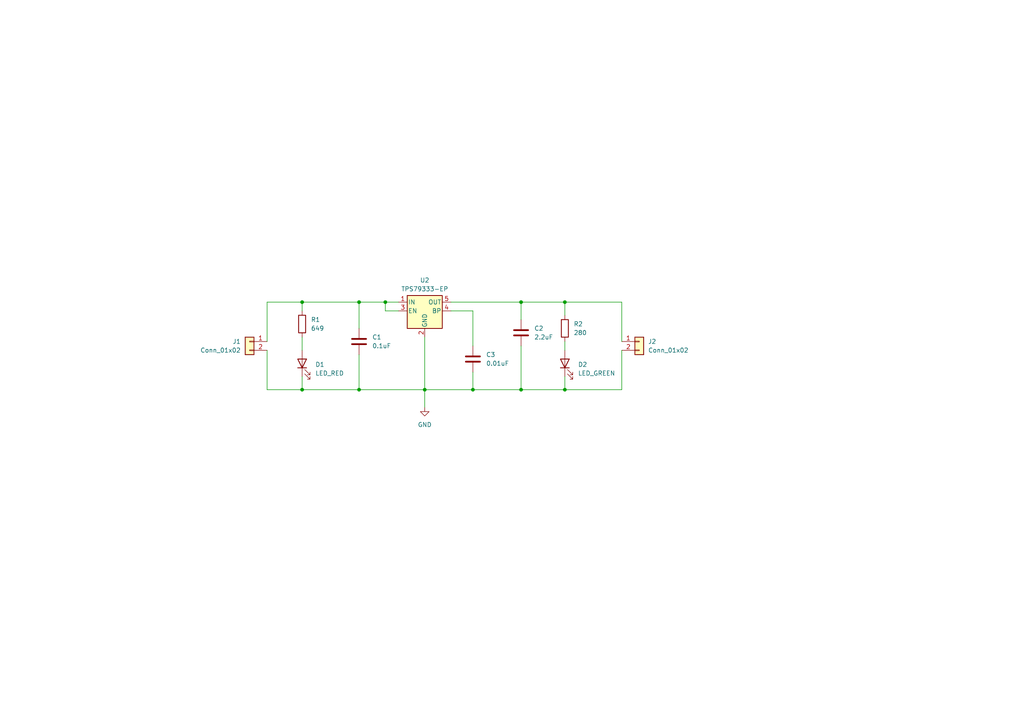
<source format=kicad_sch>
(kicad_sch (version 20231120) (generator "eeschema") (generator_version "8.0")
  (paper "A4")
  (lib_symbols
    (symbol "Connector_Generic:Conn_01x02" (pin_names (offset 1.016) hide)
      (property "Reference" "J" (at 0 2.54 0))
      (property "Value" "Conn_01x02" (at 0 -5.08 0))
      (symbol "Conn_01x02_1_1"
        (rectangle (start -1.27 -2.413) (end 0 -2.667) (stroke (width 0.1524)))
        (rectangle (start -1.27 0.127) (end 0 -0.127) (stroke (width 0.1524)))
        (rectangle (start -1.27 1.27) (end 1.27 -3.81) (stroke (width 0.254)) (fill (type background)))
        (pin passive line (at -5.08 0 0) (length 3.81) (name "Pin_1") (number "1"))
        (pin passive line (at -5.08 -2.54 0) (length 3.81) (name "Pin_2") (number "2"))
      )
    )
    (symbol "Device:C" (pin_numbers hide) (pin_names (offset 0.254))
      (property "Reference" "C" (at 0.635 2.54 0))
      (property "Value" "C" (at 0.635 -2.54 0))
      (symbol "C_0_1"
        (polyline (pts (xy -2.032 -0.762) (xy 2.032 -0.762)) (stroke (width 0.508)))
        (polyline (pts (xy -2.032 0.762) (xy 2.032 0.762)) (stroke (width 0.508)))
      )
      (symbol "C_1_1"
        (pin passive line (at 0 3.81 270) (length 2.794) (name "~") (number "1"))
        (pin passive line (at 0 -3.81 90) (length 2.794) (name "~") (number "2"))
      )
    )
    (symbol "Device:LED" (pin_numbers hide) (pin_names (offset 1.016) hide)
      (property "Reference" "D" (at 0 2.54 0))
      (property "Value" "LED" (at 0 -2.54 0))
      (symbol "LED_0_1"
        (polyline (pts (xy -1.27 -1.27) (xy -1.27 1.27)) (stroke (width 0.254)))
        (polyline (pts (xy -1.27 0) (xy 1.27 0)))
        (polyline (pts (xy 1.27 -1.27) (xy 1.27 1.27) (xy -1.27 0) (xy 1.27 -1.27)) (stroke (width 0.254)))
        (polyline (pts (xy -3.048 -0.762) (xy -4.572 -2.286) (xy -3.81 -2.286) (xy -4.572 -2.286) (xy -4.572 -1.524)))
        (polyline (pts (xy -1.778 -0.762) (xy -3.302 -2.286) (xy -2.54 -2.286) (xy -3.302 -2.286) (xy -3.302 -1.524)))
      )
      (symbol "LED_1_1"
        (pin passive line (at -3.81 0 0) (length 2.54) (name "K") (number "1"))
        (pin passive line (at 3.81 0 180) (length 2.54) (name "A") (number "2"))
      )
    )
    (symbol "Device:R" (pin_numbers hide) (pin_names (offset 0))
      (property "Reference" "R" (at 2.032 0 90))
      (property "Value" "R" (at 0 0 90))
      (symbol "R_0_1"
        (rectangle (start -1.016 -2.54) (end 1.016 2.54) (stroke (width 0.254)))
      )
      (symbol "R_1_1"
        (pin passive line (at 0 3.81 270) (length 1.27) (name "~") (number "1"))
        (pin passive line (at 0 -3.81 90) (length 1.27) (name "~") (number "2"))
      )
    )
    (symbol "Regulator_Linear:TPS79333-EP" (pin_names (offset 0.254))
      (property "Reference" "U" (at -3.81 5.715 0))
      (property "Value" "TPS79333-EP" (at 0 5.715 0))
      (symbol "TPS79333-EP_1_1"
        (rectangle (start 5.08 -5.08) (end -5.08 4.445) (stroke (width 0.254)) (fill (type background)))
        (pin power_in line (at -7.62 2.54 0) (length 2.54) (name "IN") (number "1"))
        (pin power_in line (at 0 -7.62 90) (length 2.54) (name "GND") (number "2"))
        (pin input line (at -7.62 0 0) (length 2.54) (name "EN") (number "3"))
        (pin bidirectional line (at 7.62 0 180) (length 2.54) (name "BP") (number "4"))
        (pin power_out line (at 7.62 2.54 180) (length 2.54) (name "OUT") (number "5"))
      )
    )
    (symbol "power:GND" (power) (pin_numbers hide) (pin_names (offset 0) hide)
      (property "Value" "GND" (at 0 -3.81 0))
      (symbol "GND_0_1"
        (polyline (pts (xy 0 0) (xy 0 -1.27) (xy 1.27 -1.27) (xy 0 -2.54) (xy -1.27 -1.27) (xy 0 -1.27)))
      )
      (symbol "GND_1_1"
        (pin power_in line (at 0 0 270) (length 0) (name "~") (number "1"))
      )
    )
  )
  (junction (at 111.76 87.63))
  (junction (at 163.83 87.63))
  (junction (at 104.14 87.63))
  (junction (at 151.13 113.03))
  (junction (at 163.83 113.03))
  (junction (at 104.14 113.03))
  (junction (at 87.63 87.63))
  (junction (at 87.63 113.03))
  (junction (at 137.16 113.03))
  (junction (at 151.13 87.63))
  (junction (at 123.19 113.03))
  (wire (pts (xy 77.47 87.63) (xy 87.63 87.63)))
  (wire (pts (xy 180.34 99.06) (xy 180.34 87.63)))
  (wire (pts (xy 163.83 99.06) (xy 163.83 101.6)))
  (wire (pts (xy 77.47 113.03) (xy 87.63 113.03)))
  (wire (pts (xy 77.47 99.06) (xy 77.47 87.63)))
  (wire (pts (xy 151.13 87.63) (xy 151.13 92.71)))
  (wire (pts (xy 111.76 87.63) (xy 115.57 87.63)))
  (wire (pts (xy 87.63 113.03) (xy 104.14 113.03)))
  (wire (pts (xy 104.14 102.87) (xy 104.14 113.03)))
  (wire (pts (xy 87.63 87.63) (xy 87.63 90.17)))
  (wire (pts (xy 87.63 97.79) (xy 87.63 101.6)))
  (wire (pts (xy 130.81 87.63) (xy 151.13 87.63)))
  (wire (pts (xy 104.14 95.25) (xy 104.14 87.63)))
  (wire (pts (xy 123.19 97.79) (xy 123.19 113.03)))
  (wire (pts (xy 123.19 113.03) (xy 123.19 118.11)))
  (wire (pts (xy 163.83 91.44) (xy 163.83 87.63)))
  (wire (pts (xy 151.13 87.63) (xy 163.83 87.63)))
  (wire (pts (xy 77.47 101.6) (xy 77.47 113.03)))
  (wire (pts (xy 123.19 113.03) (xy 137.16 113.03)))
  (wire (pts (xy 180.34 113.03) (xy 163.83 113.03)))
  (wire (pts (xy 151.13 100.33) (xy 151.13 113.03)))
  (wire (pts (xy 163.83 109.22) (xy 163.83 113.03)))
  (wire (pts (xy 137.16 100.33) (xy 137.16 90.17)))
  (wire (pts (xy 87.63 87.63) (xy 104.14 87.63)))
  (wire (pts (xy 87.63 109.22) (xy 87.63 113.03)))
  (wire (pts (xy 180.34 101.6) (xy 180.34 113.03)))
  (wire (pts (xy 151.13 113.03) (xy 163.83 113.03)))
  (wire (pts (xy 111.76 90.17) (xy 111.76 87.63)))
  (wire (pts (xy 137.16 113.03) (xy 151.13 113.03)))
  (wire (pts (xy 137.16 113.03) (xy 137.16 107.95)))
  (wire (pts (xy 137.16 90.17) (xy 130.81 90.17)))
  (wire (pts (xy 180.34 87.63) (xy 163.83 87.63)))
  (wire (pts (xy 115.57 90.17) (xy 111.76 90.17)))
  (wire (pts (xy 104.14 113.03) (xy 123.19 113.03)))
  (wire (pts (xy 104.14 87.63) (xy 111.76 87.63)))
  (symbol (lib_id "Connector_Generic:Conn_01x02") (at 72.39 99.06 0) (mirror y) (unit 1)
    (property "Reference" "J1" (at 69.85 99.0599 0) (effects (justify left)))
    (property "Value" "Conn_01x02" (at 69.85 101.5999 0) (effects (justify left)))
    (property "Footprint" "Connector_PinHeader_2.54mm:PinHeader_1x02_P2.54mm_Horizontal" (effects (hide yes)))
    (property "Description" "Generic connector, single row, 01x02, script generated (kicad-library-utils/schlib/autogen/connector/)" (effects (hide yes)))
  )
  (symbol (lib_id "Connector_Generic:Conn_01x02") (at 185.42 99.06 0) (unit 1)
    (property "Reference" "J2" (at 187.96 99.0599 0) (effects (justify left)))
    (property "Value" "Conn_01x02" (at 187.96 101.5999 0) (effects (justify left)))
    (property "Footprint" "Connector_PinHeader_2.54mm:PinHeader_1x02_P2.54mm_Horizontal" (effects (hide yes)))
    (property "Description" "Generic connector, single row, 01x02, script generated (kicad-library-utils/schlib/autogen/connector/)" (effects (hide yes)))
  )
  (symbol (lib_id "Device:C") (at 151.13 96.52 0) (unit 1)
    (property "Reference" "C2" (at 154.94 95.2499 0) (effects (justify left)))
    (property "Value" "2.2uF" (at 154.94 97.7899 0) (effects (justify left)))
    (property "Footprint" "Capacitor_SMD:C_0805_2012Metric" (effects (hide yes)))
    (property "Description" "Unpolarized capacitor" (effects (hide yes)))
  )
  (symbol (lib_id "Device:C") (at 104.14 99.06 0) (unit 1)
    (property "Reference" "C1" (at 107.95 97.7899 0) (effects (justify left)))
    (property "Value" "0.1uF" (at 107.95 100.3299 0) (effects (justify left)))
    (property "Footprint" "Capacitor_SMD:C_0805_2012Metric" (effects (hide yes)))
    (property "Description" "Unpolarized capacitor" (effects (hide yes)))
  )
  (symbol (lib_id "Device:R") (at 163.83 95.25 0) (unit 1)
    (property "Reference" "R2" (at 166.37 93.9799 0) (effects (justify left)))
    (property "Value" "280" (at 166.37 96.5199 0) (effects (justify left)))
    (property "Footprint" "Resistor_SMD:R_0805_2012Metric" (effects (hide yes)))
    (property "Description" "Resistor" (effects (hide yes)))
  )
  (symbol (lib_id "Device:C") (at 137.16 104.14 0) (unit 1)
    (property "Reference" "C3" (at 140.97 102.8699 0) (effects (justify left)))
    (property "Value" "0.01uF" (at 140.97 105.4099 0) (effects (justify left)))
    (property "Footprint" "Capacitor_SMD:C_0805_2012Metric" (effects (hide yes)))
    (property "Description" "Unpolarized capacitor" (effects (hide yes)))
  )
  (symbol (lib_id "Device:LED") (at 87.63 105.41 90) (unit 1)
    (property "Reference" "D1" (at 91.44 105.7274 90) (effects (justify right)))
    (property "Value" "LED_RED" (at 91.44 108.2674 90) (effects (justify right)))
    (property "Footprint" "LED_SMD:LED_0805_2012Metric" (effects (hide yes)))
    (property "Description" "Light emitting diode" (effects (hide yes)))
  )
  (symbol (lib_id "Device:R") (at 87.63 93.98 0) (unit 1)
    (property "Reference" "R1" (at 90.17 92.7099 0) (effects (justify left)))
    (property "Value" "649" (at 90.17 95.2499 0) (effects (justify left)))
    (property "Footprint" "Resistor_SMD:R_0805_2012Metric" (effects (hide yes)))
    (property "Description" "Resistor" (effects (hide yes)))
  )
  (symbol (lib_id "Regulator_Linear:TPS79333-EP") (at 123.19 90.17 0) (unit 1)
    (property "Reference" "U2" (at 123.19 81.28 0))
    (property "Value" "TPS79333-EP" (at 123.19 83.82 0))
    (property "Footprint" "Package_TO_SOT_SMD:SOT-23-5" (effects (hide yes)))
    (property "Datasheet" "http://www.ti.com/lit/ds/symlink/tps79333-ep.pdf" (effects (hide yes)))
    (property "Description" "200mA UltraLow-Noise, High-Precision, Fast RF, Low Drop-out Voltage Regulator, Fixed Output 3.3V, SOT-23" (effects (hide yes)))
  )
  (symbol (lib_id "power:GND") (at 123.19 118.11 0) (unit 1)
    (property "Reference" "#PWR01" (effects (hide yes)))
    (property "Value" "GND" (at 123.19 123.19 0))
    (property "Description" "Power symbol creates a global label with name \"GND\" , ground" (effects (hide yes)))
  )
  (symbol (lib_id "Device:LED") (at 163.83 105.41 90) (unit 1)
    (property "Reference" "D2" (at 167.64 105.7274 90) (effects (justify right)))
    (property "Value" "LED_GREEN" (at 167.64 108.2674 90) (effects (justify right)))
    (property "Footprint" "LED_SMD:LED_0805_2012Metric" (effects (hide yes)))
    (property "Description" "Light emitting diode" (effects (hide yes)))
  )
)
</source>
